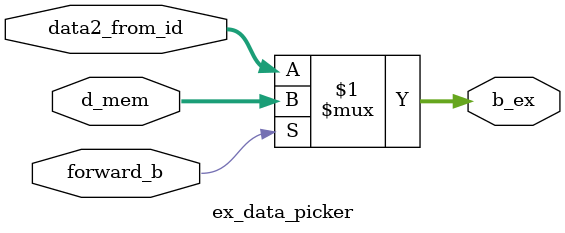
<source format=v>
module ex_data_picker (
    // Input from EX Stage (current instruction)
    input [31:0] data2_from_id,

    // Input from MEM Stage (previous instruction)
    input [31:0] d_mem,

    // Input from Data Forwarding Unit
    input forward_b,

    // Output
    // value of B to pass on to MEM stage
    output [31:0] b_ex
);

    //
    // Main
    //
    assign b_ex = (forward_b) ? d_mem : data2_from_id;
    
endmodule
</source>
